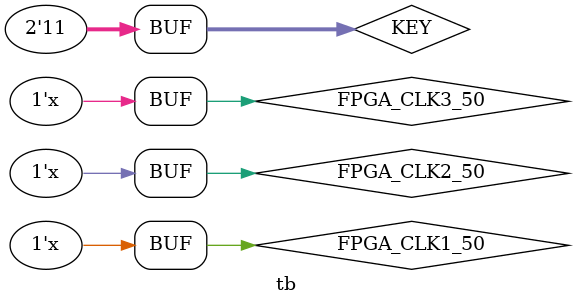
<source format=v>
`timescale 1 ns / 1 ps
`include "vga_config.inc"
module tb;
	
	reg			FPGA_CLK1_50, FPGA_CLK2_50, FPGA_CLK3_50;
	always #10	FPGA_CLK1_50 <= ~FPGA_CLK1_50;	// 50 mhz
	always #10	FPGA_CLK2_50 <= ~FPGA_CLK2_50;	// 50 mhz
	always #10	FPGA_CLK3_50 <= ~FPGA_CLK3_50;	// 50 mhz
	
	reg			[1:0]	KEY;
	/////////
	// top
	ghrd				ghrd_inst(
							.FPGA_CLK1_50(FPGA_CLK1_50),
							.FPGA_CLK2_50(FPGA_CLK2_50),
							.FPGA_CLK3_50(FPGA_CLK3_50),
							.KEY(KEY)
						);
	
	initial
	begin
	
		#0		KEY = 2'B10; FPGA_CLK1_50 = 0; FPGA_CLK2_50 = 0; FPGA_CLK3_50 = 0;
		#1000	KEY = 2'B11; //top_inst.SAA7121_reset_n = 0;
		#200000	KEY = 2'B11; //top_inst.SAA7121_reset_n = 1;
		
		//#10		$stop;
		
	end
	
	//////////////////
endmodule
</source>
